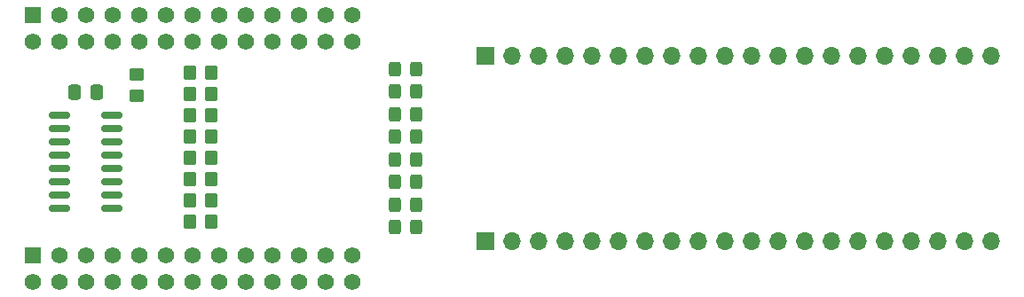
<source format=gts>
G04 #@! TF.GenerationSoftware,KiCad,Pcbnew,(6.0.11-0)*
G04 #@! TF.CreationDate,2023-06-20T16:53:37+02:00*
G04 #@! TF.ProjectId,ft4232h_mini_module,66743432-3332-4685-9f6d-696e695f6d6f,A*
G04 #@! TF.SameCoordinates,Original*
G04 #@! TF.FileFunction,Soldermask,Top*
G04 #@! TF.FilePolarity,Negative*
%FSLAX46Y46*%
G04 Gerber Fmt 4.6, Leading zero omitted, Abs format (unit mm)*
G04 Created by KiCad (PCBNEW (6.0.11-0)) date 2023-06-20 16:53:37*
%MOMM*%
%LPD*%
G01*
G04 APERTURE LIST*
G04 Aperture macros list*
%AMRoundRect*
0 Rectangle with rounded corners*
0 $1 Rounding radius*
0 $2 $3 $4 $5 $6 $7 $8 $9 X,Y pos of 4 corners*
0 Add a 4 corners polygon primitive as box body*
4,1,4,$2,$3,$4,$5,$6,$7,$8,$9,$2,$3,0*
0 Add four circle primitives for the rounded corners*
1,1,$1+$1,$2,$3*
1,1,$1+$1,$4,$5*
1,1,$1+$1,$6,$7*
1,1,$1+$1,$8,$9*
0 Add four rect primitives between the rounded corners*
20,1,$1+$1,$2,$3,$4,$5,0*
20,1,$1+$1,$4,$5,$6,$7,0*
20,1,$1+$1,$6,$7,$8,$9,0*
20,1,$1+$1,$8,$9,$2,$3,0*%
G04 Aperture macros list end*
%ADD10RoundRect,0.250000X0.325000X0.450000X-0.325000X0.450000X-0.325000X-0.450000X0.325000X-0.450000X0*%
%ADD11RoundRect,0.250000X-0.350000X-0.450000X0.350000X-0.450000X0.350000X0.450000X-0.350000X0.450000X0*%
%ADD12RoundRect,0.250000X-0.337500X-0.475000X0.337500X-0.475000X0.337500X0.475000X-0.337500X0.475000X0*%
%ADD13RoundRect,0.150000X-0.825000X-0.150000X0.825000X-0.150000X0.825000X0.150000X-0.825000X0.150000X0*%
%ADD14R,1.562100X1.562100*%
%ADD15C,1.562100*%
%ADD16RoundRect,0.250000X0.450000X-0.350000X0.450000X0.350000X-0.450000X0.350000X-0.450000X-0.350000X0*%
%ADD17R,1.700000X1.700000*%
%ADD18O,1.700000X1.700000*%
G04 APERTURE END LIST*
D10*
X138185000Y-97028000D03*
X136135000Y-97028000D03*
D11*
X116602000Y-105307000D03*
X118602000Y-105307000D03*
D12*
X105642500Y-94960000D03*
X107717500Y-94960000D03*
D11*
X116602000Y-101243000D03*
X118602000Y-101243000D03*
X116602000Y-97179000D03*
X118602000Y-97179000D03*
X116602000Y-95147000D03*
X118602000Y-95147000D03*
D13*
X104205000Y-97155000D03*
X104205000Y-98425000D03*
X104205000Y-99695000D03*
X104205000Y-100965000D03*
X104205000Y-102235000D03*
X104205000Y-103505000D03*
X104205000Y-104775000D03*
X104205000Y-106045000D03*
X109155000Y-106045000D03*
X109155000Y-104775000D03*
X109155000Y-103505000D03*
X109155000Y-102235000D03*
X109155000Y-100965000D03*
X109155000Y-99695000D03*
X109155000Y-98425000D03*
X109155000Y-97155000D03*
D14*
X101600000Y-110505000D03*
D15*
X101600000Y-113045000D03*
X104140000Y-110505000D03*
X104140000Y-113045000D03*
X106680000Y-110505000D03*
X106680000Y-113045000D03*
X109220000Y-110505000D03*
X109220000Y-113045000D03*
X111760000Y-110505000D03*
X111760000Y-113045000D03*
X114300000Y-110505000D03*
X114300000Y-113045000D03*
X116840000Y-110505000D03*
X116840000Y-113045000D03*
X119380000Y-110505000D03*
X119380000Y-113045000D03*
X121920000Y-110505000D03*
X121920000Y-113045000D03*
X124460000Y-110505000D03*
X124460000Y-113045000D03*
X127000000Y-110505000D03*
X127000000Y-113045000D03*
X129540000Y-110505000D03*
X129540000Y-113045000D03*
X132080000Y-110505000D03*
X132080000Y-113045000D03*
D14*
X101600000Y-87615000D03*
D15*
X101600000Y-90155000D03*
X104140000Y-87615000D03*
X104140000Y-90155000D03*
X106680000Y-87615000D03*
X106680000Y-90155000D03*
X109220000Y-87615000D03*
X109220000Y-90155000D03*
X111760000Y-87615000D03*
X111760000Y-90155000D03*
X114300000Y-87615000D03*
X114300000Y-90155000D03*
X116840000Y-87615000D03*
X116840000Y-90155000D03*
X119380000Y-87615000D03*
X119380000Y-90155000D03*
X121920000Y-87615000D03*
X121920000Y-90155000D03*
X124460000Y-87615000D03*
X124460000Y-90155000D03*
X127000000Y-87615000D03*
X127000000Y-90155000D03*
X129540000Y-87615000D03*
X129540000Y-90155000D03*
X132080000Y-87615000D03*
X132080000Y-90155000D03*
D10*
X138185000Y-103505000D03*
X136135000Y-103505000D03*
X138185000Y-101346000D03*
X136135000Y-101346000D03*
X138185000Y-92710000D03*
X136135000Y-92710000D03*
X138185000Y-105664000D03*
X136135000Y-105664000D03*
D11*
X116602000Y-93091000D03*
X118602000Y-93091000D03*
D10*
X138185000Y-99187000D03*
X136135000Y-99187000D03*
X138185000Y-94869000D03*
X136135000Y-94869000D03*
D11*
X116602000Y-103275000D03*
X118602000Y-103275000D03*
X116602000Y-99211000D03*
X118602000Y-99211000D03*
D10*
X138185000Y-107823000D03*
X136135000Y-107823000D03*
D11*
X116602000Y-107339000D03*
X118602000Y-107339000D03*
D16*
X111506000Y-95250000D03*
X111506000Y-93250000D03*
D17*
X144780000Y-91440000D03*
D18*
X147320000Y-91440000D03*
X149860000Y-91440000D03*
X152400000Y-91440000D03*
X154940000Y-91440000D03*
X157480000Y-91440000D03*
X160020000Y-91440000D03*
X162560000Y-91440000D03*
X165100000Y-91440000D03*
X167640000Y-91440000D03*
X170180000Y-91440000D03*
X172720000Y-91440000D03*
X175260000Y-91440000D03*
X177800000Y-91440000D03*
X180340000Y-91440000D03*
X182880000Y-91440000D03*
X185420000Y-91440000D03*
X187960000Y-91440000D03*
X190500000Y-91440000D03*
X193040000Y-91440000D03*
D17*
X144780000Y-109195000D03*
D18*
X147320000Y-109195000D03*
X149860000Y-109195000D03*
X152400000Y-109195000D03*
X154940000Y-109195000D03*
X157480000Y-109195000D03*
X160020000Y-109195000D03*
X162560000Y-109195000D03*
X165100000Y-109195000D03*
X167640000Y-109195000D03*
X170180000Y-109195000D03*
X172720000Y-109195000D03*
X175260000Y-109195000D03*
X177800000Y-109195000D03*
X180340000Y-109195000D03*
X182880000Y-109195000D03*
X185420000Y-109195000D03*
X187960000Y-109195000D03*
X190500000Y-109195000D03*
X193040000Y-109195000D03*
M02*

</source>
